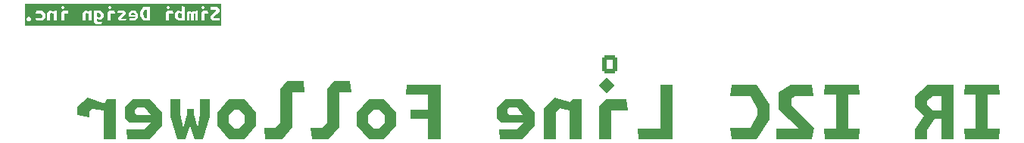
<source format=gbr>
%TF.GenerationSoftware,KiCad,Pcbnew,8.0.4*%
%TF.CreationDate,2025-01-27T21:26:07+00:00*%
%TF.ProjectId,Line Follower,4c696e65-2046-46f6-9c6c-6f7765722e6b,rev?*%
%TF.SameCoordinates,Original*%
%TF.FileFunction,Legend,Bot*%
%TF.FilePolarity,Positive*%
%FSLAX46Y46*%
G04 Gerber Fmt 4.6, Leading zero omitted, Abs format (unit mm)*
G04 Created by KiCad (PCBNEW 8.0.4) date 2025-01-27 21:26:07*
%MOMM*%
%LPD*%
G01*
G04 APERTURE LIST*
G04 Aperture macros list*
%AMRoundRect*
0 Rectangle with rounded corners*
0 $1 Rounding radius*
0 $2 $3 $4 $5 $6 $7 $8 $9 X,Y pos of 4 corners*
0 Add a 4 corners polygon primitive as box body*
4,1,4,$2,$3,$4,$5,$6,$7,$8,$9,$2,$3,0*
0 Add four circle primitives for the rounded corners*
1,1,$1+$1,$2,$3*
1,1,$1+$1,$4,$5*
1,1,$1+$1,$6,$7*
1,1,$1+$1,$8,$9*
0 Add four rect primitives between the rounded corners*
20,1,$1+$1,$2,$3,$4,$5,0*
20,1,$1+$1,$4,$5,$6,$7,0*
20,1,$1+$1,$6,$7,$8,$9,0*
20,1,$1+$1,$8,$9,$2,$3,0*%
G04 Aperture macros list end*
%ADD10C,0.150000*%
%ADD11C,0.100000*%
%ADD12C,1.665000*%
%ADD13RoundRect,0.250000X0.600000X0.725000X-0.600000X0.725000X-0.600000X-0.725000X0.600000X-0.725000X0*%
%ADD14O,1.700000X1.950000*%
%ADD15C,0.800000*%
%ADD16C,6.400000*%
G04 APERTURE END LIST*
D10*
G36*
X96276779Y-75589230D02*
G01*
X96276779Y-75747866D01*
X96167602Y-75857409D01*
X95869382Y-75811613D01*
X95869382Y-75418871D01*
X96108984Y-75418871D01*
X96276779Y-75589230D01*
G37*
G36*
X100164270Y-75604251D02*
G01*
X99777756Y-75604251D01*
X99724999Y-75541236D01*
X99724999Y-75450744D01*
X99783984Y-75389928D01*
X100002337Y-75389928D01*
X100164270Y-75604251D01*
G37*
G36*
X101444347Y-75956693D02*
G01*
X101242847Y-75956693D01*
X101043178Y-75590696D01*
X101043178Y-75407513D01*
X101242847Y-75064596D01*
X101444347Y-75064596D01*
X101444347Y-75956693D01*
G37*
G36*
X105384228Y-75473459D02*
G01*
X105384228Y-75996627D01*
X105144626Y-75996627D01*
X104976831Y-75826268D01*
X104976831Y-75508630D01*
X105075383Y-75420336D01*
X105384228Y-75473459D01*
G37*
G36*
X109781304Y-76861218D02*
G01*
X87848598Y-76861218D01*
X87848598Y-76076861D01*
X88015265Y-76076861D01*
X88023161Y-76142901D01*
X88058000Y-76219610D01*
X88115507Y-76275992D01*
X88190067Y-76309884D01*
X88263293Y-76319394D01*
X88325607Y-76312764D01*
X88403073Y-76282261D01*
X88464039Y-76228960D01*
X88502866Y-76155022D01*
X88514253Y-76076861D01*
X88506277Y-76010721D01*
X88471073Y-75934486D01*
X88412924Y-75878919D01*
X88337470Y-75845771D01*
X88263293Y-75836526D01*
X88201783Y-75842967D01*
X88125245Y-75872770D01*
X88064959Y-75925241D01*
X88026538Y-75998631D01*
X88015265Y-76076861D01*
X87848598Y-76076861D01*
X87848598Y-75442318D01*
X89046946Y-75442318D01*
X89644120Y-75442318D01*
X89791399Y-75619272D01*
X89791399Y-75800622D01*
X89644120Y-75977576D01*
X89046946Y-75977576D01*
X89092009Y-76272500D01*
X89780774Y-76272500D01*
X90111601Y-75887084D01*
X90111601Y-75532810D01*
X90008866Y-75413009D01*
X90333251Y-75413009D01*
X90333251Y-76272500D01*
X90674703Y-76272500D01*
X90674703Y-75503135D01*
X90773255Y-75416673D01*
X91059019Y-75464666D01*
X91059019Y-76272500D01*
X91400104Y-76272500D01*
X91400104Y-75373075D01*
X91876378Y-75373075D01*
X91876378Y-76272500D01*
X92217463Y-76272500D01*
X92217463Y-75463201D01*
X92685676Y-75463201D01*
X92680732Y-75413009D01*
X94237229Y-75413009D01*
X94237229Y-76272500D01*
X94578681Y-76272500D01*
X94578681Y-75503135D01*
X94677233Y-75416673D01*
X94962997Y-75464666D01*
X94962997Y-76272500D01*
X95304082Y-76272500D01*
X95304082Y-75147028D01*
X95046894Y-75147028D01*
X94992306Y-75238986D01*
X94625863Y-75124680D01*
X95538555Y-75124680D01*
X95538555Y-75811613D01*
X95538555Y-76359328D01*
X95827616Y-76694551D01*
X96431385Y-76694551D01*
X96462892Y-76399628D01*
X96012264Y-76399628D01*
X95885136Y-76258944D01*
X95885136Y-76055612D01*
X96266521Y-76148302D01*
X96618230Y-75855577D01*
X96618230Y-75456973D01*
X96527049Y-75373075D01*
X97081681Y-75373075D01*
X97081681Y-76272500D01*
X97422766Y-76272500D01*
X97422766Y-75463201D01*
X97890980Y-75463201D01*
X97884268Y-75395057D01*
X98210816Y-75395057D01*
X98726290Y-75395057D01*
X98761828Y-75425099D01*
X98761828Y-75455874D01*
X98221074Y-75850448D01*
X98221074Y-76024837D01*
X98396563Y-76272500D01*
X99115736Y-76272500D01*
X99147243Y-76024837D01*
X98620045Y-76024837D01*
X98584507Y-75994795D01*
X98584507Y-75964021D01*
X99129657Y-75569446D01*
X99129657Y-75395057D01*
X99126028Y-75389928D01*
X99446929Y-75389928D01*
X99446929Y-75450744D01*
X99446929Y-75685950D01*
X99562334Y-75803553D01*
X100170498Y-75803553D01*
X100170498Y-75837625D01*
X99991713Y-76009084D01*
X99489794Y-76009084D01*
X99521301Y-76272500D01*
X100159874Y-76272500D01*
X100490701Y-75891481D01*
X100490701Y-75535008D01*
X100281084Y-75289178D01*
X100702093Y-75289178D01*
X100702093Y-75407513D01*
X100702093Y-75709031D01*
X101064427Y-76272500D01*
X101789828Y-76272500D01*
X101789828Y-75373075D01*
X103588311Y-75373075D01*
X103588311Y-76272500D01*
X103929396Y-76272500D01*
X103929396Y-75463201D01*
X104397609Y-75463201D01*
X104393820Y-75424733D01*
X104635380Y-75424733D01*
X104635380Y-75508630D01*
X104635380Y-75939108D01*
X104997714Y-76272500D01*
X105714689Y-76272500D01*
X105714689Y-75291010D01*
X105928279Y-75291010D01*
X105928279Y-76272500D01*
X106218073Y-76272500D01*
X106218073Y-75471994D01*
X106296842Y-75416673D01*
X106411514Y-75462468D01*
X106411514Y-76272500D01*
X106696912Y-76272500D01*
X106696912Y-75471994D01*
X106781908Y-75416673D01*
X106881925Y-75456240D01*
X106881925Y-76272500D01*
X107171720Y-76272500D01*
X107171720Y-75373075D01*
X107538450Y-75373075D01*
X107538450Y-76272500D01*
X107879535Y-76272500D01*
X107879535Y-75709031D01*
X108566835Y-75709031D01*
X108566835Y-75946069D01*
X108842707Y-76272500D01*
X109583129Y-76272500D01*
X109614637Y-75956693D01*
X109021493Y-75956693D01*
X108960310Y-75869132D01*
X108960310Y-75802821D01*
X109604012Y-75311892D01*
X109604012Y-75074855D01*
X109328140Y-74748424D01*
X108608600Y-74748424D01*
X108577093Y-75064596D01*
X109149354Y-75064596D01*
X109210537Y-75151791D01*
X109210537Y-75218469D01*
X108566835Y-75709031D01*
X107879535Y-75709031D01*
X107879535Y-75463201D01*
X108301587Y-75463201D01*
X108270446Y-75147028D01*
X107732623Y-75147028D01*
X107538450Y-75373075D01*
X107171720Y-75373075D01*
X107171720Y-75147028D01*
X106959595Y-75147028D01*
X106905006Y-75248511D01*
X106620341Y-75100134D01*
X106443754Y-75261334D01*
X106135275Y-75100134D01*
X105928279Y-75291010D01*
X105714689Y-75291010D01*
X105714689Y-74770406D01*
X107525627Y-74770406D01*
X107754605Y-74990591D01*
X107984682Y-74770406D01*
X107754605Y-74550587D01*
X107525627Y-74770406D01*
X105714689Y-74770406D01*
X105714689Y-74724977D01*
X105368475Y-74654635D01*
X105368475Y-75231292D01*
X104966207Y-75100134D01*
X104635380Y-75424733D01*
X104393820Y-75424733D01*
X104366468Y-75147028D01*
X103782484Y-75147028D01*
X103588311Y-75373075D01*
X101789828Y-75373075D01*
X101789828Y-74770406D01*
X103574389Y-74770406D01*
X103803366Y-74990591D01*
X104033443Y-74770406D01*
X103803366Y-74550587D01*
X103574389Y-74770406D01*
X101789828Y-74770406D01*
X101789828Y-74748424D01*
X101064427Y-74748424D01*
X100702093Y-75289178D01*
X100281084Y-75289178D01*
X100159874Y-75147028D01*
X99666381Y-75147028D01*
X99446929Y-75389928D01*
X99126028Y-75389928D01*
X98954169Y-75147028D01*
X98242323Y-75147028D01*
X98210816Y-75395057D01*
X97884268Y-75395057D01*
X97859839Y-75147028D01*
X97275854Y-75147028D01*
X97081681Y-75373075D01*
X96527049Y-75373075D01*
X96255896Y-75123581D01*
X95704518Y-75123581D01*
X95704518Y-75124680D01*
X95538555Y-75124680D01*
X94625863Y-75124680D01*
X94547173Y-75100134D01*
X94237229Y-75413009D01*
X92680732Y-75413009D01*
X92654535Y-75147028D01*
X92070551Y-75147028D01*
X91876378Y-75373075D01*
X91400104Y-75373075D01*
X91400104Y-75147028D01*
X91142916Y-75147028D01*
X91088328Y-75238986D01*
X90643196Y-75100134D01*
X90333251Y-75413009D01*
X90008866Y-75413009D01*
X89780774Y-75147028D01*
X89092009Y-75147028D01*
X89046946Y-75442318D01*
X87848598Y-75442318D01*
X87848598Y-74770406D01*
X91862456Y-74770406D01*
X92091433Y-74990591D01*
X92321510Y-74770406D01*
X97067759Y-74770406D01*
X97296737Y-74990591D01*
X97526814Y-74770406D01*
X97296737Y-74550587D01*
X97067759Y-74770406D01*
X92321510Y-74770406D01*
X92091433Y-74550587D01*
X91862456Y-74770406D01*
X87848598Y-74770406D01*
X87848598Y-74383920D01*
X109781304Y-74383920D01*
X109781304Y-76861218D01*
G37*
D11*
G36*
X196711339Y-89515000D02*
G01*
X192887961Y-89515000D01*
X192804430Y-88377805D01*
X194107222Y-88377805D01*
X194107222Y-84557358D01*
X192804430Y-84557358D01*
X192887961Y-83418698D01*
X196711339Y-83418698D01*
X196794870Y-84557358D01*
X195492078Y-84557358D01*
X195492078Y-88377805D01*
X196794870Y-88377805D01*
X196711339Y-89515000D01*
G37*
G36*
X191664305Y-89515000D02*
G01*
X190250138Y-89515000D01*
X190250138Y-87212766D01*
X189518875Y-87212766D01*
X188699685Y-88527281D01*
X188699685Y-89515000D01*
X187292846Y-89515000D01*
X187292846Y-88459870D01*
X188364095Y-86885969D01*
X187292846Y-85970059D01*
X187292846Y-85181643D01*
X188657187Y-85181643D01*
X188657187Y-85621280D01*
X189329831Y-86326165D01*
X190250138Y-86326165D01*
X190250138Y-84683387D01*
X189329831Y-84683387D01*
X188657187Y-85181643D01*
X187292846Y-85181643D01*
X187292846Y-84667267D01*
X188783216Y-83418698D01*
X191664305Y-83418698D01*
X191664305Y-89515000D01*
G37*
G36*
X181095428Y-89515000D02*
G01*
X177272051Y-89515000D01*
X177188519Y-88377805D01*
X178491311Y-88377805D01*
X178491311Y-84557358D01*
X177188519Y-84557358D01*
X177272051Y-83418698D01*
X181095428Y-83418698D01*
X181178959Y-84557358D01*
X179876168Y-84557358D01*
X179876168Y-88377805D01*
X181178959Y-88377805D01*
X181095428Y-89515000D01*
G37*
G36*
X175809524Y-89515000D02*
G01*
X171843998Y-89515000D01*
X171843998Y-88377805D01*
X174385100Y-88377805D01*
X172122434Y-86226514D01*
X172122434Y-84251078D01*
X173403244Y-83418698D01*
X175775819Y-83418698D01*
X175944346Y-84683387D01*
X173907361Y-84683387D01*
X173486775Y-84977944D01*
X173486775Y-85710673D01*
X176061583Y-88253241D01*
X175809524Y-89515000D01*
G37*
G36*
X169625295Y-89515000D02*
G01*
X166832134Y-89515000D01*
X166665072Y-88251775D01*
X168911618Y-88251775D01*
X169710292Y-86833213D01*
X169710292Y-86101950D01*
X168911618Y-84683387D01*
X166665072Y-84683387D01*
X166832134Y-83418698D01*
X169625295Y-83418698D01*
X171074633Y-85627142D01*
X171074633Y-87308021D01*
X169625295Y-89515000D01*
G37*
G36*
X160240508Y-89515000D02*
G01*
X156421527Y-89515000D01*
X156295498Y-88377805D01*
X158858582Y-88377805D01*
X158858582Y-83418698D01*
X160240508Y-83418698D01*
X160240508Y-89515000D01*
G37*
G36*
X153354325Y-89515000D02*
G01*
X151989985Y-89515000D01*
X151989985Y-85917302D01*
X152766677Y-85013115D01*
X155102616Y-85013115D01*
X155227180Y-86277805D01*
X153354325Y-86277805D01*
X153354325Y-89515000D01*
G37*
G36*
X153770515Y-83506625D02*
G01*
X152850208Y-84387365D01*
X151934298Y-83506625D01*
X152850208Y-82627351D01*
X153770515Y-83506625D01*
G37*
G36*
X147183286Y-89515000D02*
G01*
X145817480Y-89515000D01*
X145817480Y-86077037D01*
X147057256Y-84825537D01*
X148837787Y-85380945D01*
X149056140Y-85013115D01*
X150084891Y-85013115D01*
X150084891Y-89515000D01*
X148720550Y-89515000D01*
X148720550Y-86283667D01*
X147577494Y-86091692D01*
X147183286Y-86437540D01*
X147183286Y-89515000D01*
G37*
G36*
X144804849Y-86565034D02*
G01*
X144804849Y-87990924D01*
X143481541Y-89515000D01*
X140927249Y-89515000D01*
X140801220Y-88461336D01*
X142808896Y-88461336D01*
X143524039Y-87775502D01*
X143524039Y-87639214D01*
X141091381Y-87639214D01*
X140629762Y-87168803D01*
X140629762Y-86227979D01*
X141742044Y-86227979D01*
X141742044Y-86589947D01*
X141953069Y-86842006D01*
X143499127Y-86842006D01*
X142851395Y-85984713D01*
X141977982Y-85984713D01*
X141742044Y-86227979D01*
X140629762Y-86227979D01*
X140629762Y-85984713D01*
X141507570Y-85013115D01*
X143481541Y-85013115D01*
X144804849Y-86565034D01*
G37*
G36*
X134301918Y-89515000D02*
G01*
X132919992Y-89515000D01*
X132919992Y-87264057D01*
X130921108Y-87264057D01*
X130921108Y-86185481D01*
X132919992Y-86185481D01*
X132919992Y-84557358D01*
X130395009Y-84557358D01*
X130521039Y-83418698D01*
X134301918Y-83418698D01*
X134301918Y-89515000D01*
G37*
G36*
X129314968Y-86556242D02*
G01*
X129314968Y-87973339D01*
X127991660Y-89515000D01*
X126269748Y-89515000D01*
X124946440Y-87973339D01*
X124946440Y-86902090D01*
X126227249Y-86902090D01*
X126227249Y-87627491D01*
X126814898Y-88335307D01*
X127445044Y-88335307D01*
X128034158Y-87627491D01*
X128034158Y-86902090D01*
X127445044Y-86194274D01*
X126814898Y-86194274D01*
X126227249Y-86902090D01*
X124946440Y-86902090D01*
X124946440Y-86556242D01*
X126269748Y-85013115D01*
X127991660Y-85013115D01*
X129314968Y-86556242D01*
G37*
G36*
X121803035Y-89515000D02*
G01*
X119900871Y-89515000D01*
X119774842Y-88251775D01*
X121089357Y-88251775D01*
X121593474Y-87690505D01*
X121593474Y-83947728D01*
X122370166Y-83043541D01*
X124201988Y-83043541D01*
X124328017Y-84308230D01*
X122959280Y-84308230D01*
X122959280Y-88175572D01*
X121803035Y-89515000D01*
G37*
G36*
X116597731Y-89515000D02*
G01*
X114695568Y-89515000D01*
X114569538Y-88251775D01*
X115884053Y-88251775D01*
X116388171Y-87690505D01*
X116388171Y-83947728D01*
X117164863Y-83043541D01*
X118996684Y-83043541D01*
X119122713Y-84308230D01*
X117753977Y-84308230D01*
X117753977Y-88175572D01*
X116597731Y-89515000D01*
G37*
G36*
X113699057Y-86556242D02*
G01*
X113699057Y-87973339D01*
X112375749Y-89515000D01*
X110653837Y-89515000D01*
X109330529Y-87973339D01*
X109330529Y-86902090D01*
X110611339Y-86902090D01*
X110611339Y-87627491D01*
X111198987Y-88335307D01*
X111829134Y-88335307D01*
X112418247Y-87627491D01*
X112418247Y-86902090D01*
X111829134Y-86194274D01*
X111198987Y-86194274D01*
X110611339Y-86902090D01*
X109330529Y-86902090D01*
X109330529Y-86556242D01*
X110653837Y-85013115D01*
X112375749Y-85013115D01*
X113699057Y-86556242D01*
G37*
G36*
X107762490Y-89515000D02*
G01*
X106801150Y-89515000D01*
X106308757Y-87971873D01*
X105817829Y-89515000D01*
X104856489Y-89515000D01*
X104082727Y-86982690D01*
X104082727Y-85013115D01*
X105200871Y-85013115D01*
X105200871Y-86757009D01*
X105498359Y-88276688D01*
X105939462Y-86757009D01*
X105939462Y-86162034D01*
X106679517Y-86162034D01*
X106679517Y-86757009D01*
X107111827Y-88276688D01*
X107418108Y-86757009D01*
X107418108Y-85013115D01*
X108536252Y-85013115D01*
X108536252Y-86982690D01*
X107762490Y-89515000D01*
G37*
G36*
X103162420Y-86565034D02*
G01*
X103162420Y-87990924D01*
X101839113Y-89515000D01*
X99284821Y-89515000D01*
X99158792Y-88461336D01*
X101166468Y-88461336D01*
X101881611Y-87775502D01*
X101881611Y-87639214D01*
X99448952Y-87639214D01*
X98987333Y-87168803D01*
X98987333Y-86227979D01*
X100099615Y-86227979D01*
X100099615Y-86589947D01*
X100310641Y-86842006D01*
X101856698Y-86842006D01*
X101208966Y-85984713D01*
X100335554Y-85984713D01*
X100099615Y-86227979D01*
X98987333Y-86227979D01*
X98987333Y-85984713D01*
X99865142Y-85013115D01*
X101839113Y-85013115D01*
X103162420Y-86565034D01*
G37*
G36*
X95037926Y-87039842D02*
G01*
X93672120Y-86844937D01*
X93672120Y-85907044D01*
X94869399Y-84825537D01*
X96710013Y-85537749D01*
X97003104Y-85013115D01*
X98031855Y-85013115D01*
X98031855Y-89515000D01*
X96667515Y-89515000D01*
X96667515Y-86340819D01*
X95348603Y-86134190D01*
X95037926Y-86399438D01*
X95037926Y-87039842D01*
G37*
%LPC*%
D12*
%TO.C,LED1*%
X73074287Y-96750000D03*
X75614287Y-96750000D03*
X75614287Y-92650000D03*
X73074287Y-92650000D03*
%TD*%
D13*
%TO.C,J1*%
X153200000Y-81150000D03*
D14*
X150700000Y-81150000D03*
X148200000Y-81150000D03*
X145700000Y-81150000D03*
%TD*%
D12*
%TO.C,LED4*%
X137360000Y-96750000D03*
X139900000Y-96750000D03*
X139900000Y-92650000D03*
X137360000Y-92650000D03*
%TD*%
%TO.C,LED6*%
X180217142Y-96750000D03*
X182757142Y-96750000D03*
X182757142Y-92650000D03*
X180217142Y-92650000D03*
%TD*%
%TO.C,LED8*%
X223074287Y-96750000D03*
X225614287Y-96750000D03*
X225614287Y-92650000D03*
X223074287Y-92650000D03*
%TD*%
D15*
%TO.C,H2*%
X218000000Y-81050000D03*
X218702944Y-79352944D03*
X218702944Y-82747056D03*
X220400000Y-78650000D03*
D16*
X220400000Y-81050000D03*
D15*
X220400000Y-83450000D03*
X222097056Y-79352944D03*
X222097056Y-82747056D03*
X222800000Y-81050000D03*
%TD*%
D12*
%TO.C,LED2*%
X94502858Y-96750000D03*
X97042858Y-96750000D03*
X97042858Y-92650000D03*
X94502858Y-92650000D03*
%TD*%
%TO.C,LED7*%
X201645713Y-96750000D03*
X204185713Y-96750000D03*
X204185713Y-92650000D03*
X201645713Y-92650000D03*
%TD*%
D15*
%TO.C,H1*%
X76050000Y-81050000D03*
X76752944Y-79352944D03*
X76752944Y-82747056D03*
X78450000Y-78650000D03*
D16*
X78450000Y-81050000D03*
D15*
X78450000Y-83450000D03*
X80147056Y-79352944D03*
X80147056Y-82747056D03*
X80850000Y-81050000D03*
%TD*%
D12*
%TO.C,LED3*%
X115931429Y-96750000D03*
X118471429Y-96750000D03*
X118471429Y-92650000D03*
X115931429Y-92650000D03*
%TD*%
%TO.C,LED5*%
X158788571Y-96750000D03*
X161328571Y-96750000D03*
X161328571Y-92650000D03*
X158788571Y-92650000D03*
%TD*%
%LPD*%
M02*

</source>
